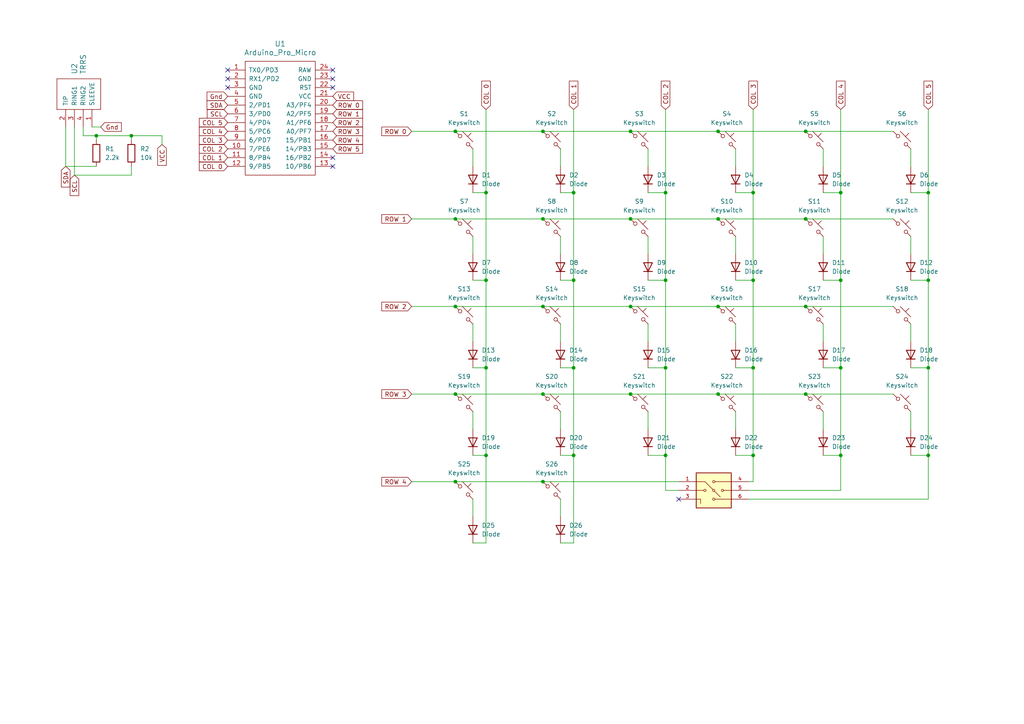
<source format=kicad_sch>
(kicad_sch (version 20230121) (generator eeschema)
  (paper "A4")
  (title_block (title "Final Release Schematic") (date "2023-12-14") (company "nixolotl"))
  (lib_symbols
    (symbol "JS5208:JS5208" (pin_names (offset 1.016))
      (property "Reference" "S" (at -5.08 6.35 0))
      (property "Value" "JS5208" (at -5.08 -7.62 0))
      (symbol "JS5208_0_0"
        (rectangle (start -5.08 -5.08) (end 5.08 5.08) (stroke (width 0.254)) (fill (type background)))
        (circle (center -2.54 0) (radius 0.3302) (stroke (width 0.1524)))
        (circle (center 0 -2.54) (radius 0.3302) (stroke (width 0.1524)))
        (polyline (pts (xy -5.08 -2.54) (xy -3.81 -2.54)) (stroke (width 0.1524)))
        (polyline (pts (xy -5.08 0) (xy -2.921 0)) (stroke (width 0.1524)))
        (polyline (pts (xy -5.08 2.54) (xy -2.54 2.54)) (stroke (width 0.1524)))
        (polyline (pts (xy -3.81 -2.54) (xy -3.81 -3.81)) (stroke (width 0.1524)))
        (polyline (pts (xy -2.54 2.54) (xy -0.254 0.254)) (stroke (width 0.1524)))
        (polyline (pts (xy 0.254 -0.254) (xy 1.905 -1.905)) (stroke (width 0.1524)))
        (polyline (pts (xy 0.381 -2.54) (xy 5.08 -2.54)) (stroke (width 0.1524)))
        (polyline (pts (xy 0.381 2.54) (xy 5.08 2.54)) (stroke (width 0.1524)))
        (polyline (pts (xy 2.921 0) (xy 5.08 0)) (stroke (width 0.1524)))
        (circle (center 0 0) (radius 0.3302) (stroke (width 0.1524)))
        (circle (center 0 2.54) (radius 0.3302) (stroke (width 0.1524)))
        (circle (center 2.54 0) (radius 0.3302) (stroke (width 0.1524)))
        (pin passive line (at -10.16 2.54 0) (length 5.08) (name "~") (number "1"))
        (pin passive line (at -10.16 0 0) (length 5.08) (name "~") (number "2"))
        (pin passive line (at -10.16 -2.54 0) (length 5.08) (name "~") (number "3"))
        (pin passive line (at 10.16 2.54 180) (length 5.08) (name "~") (number "4"))
        (pin passive line (at 10.16 0 180) (length 5.08) (name "~") (number "5"))
        (pin passive line (at 10.16 -2.54 180) (length 5.08) (name "~") (number "6"))
      )
    )
    (symbol "ScottoKeebs:MCU_Arduino_Pro_Micro" (pin_names (offset 1.016))
      (property "Reference" "U" (at 0 0 0))
      (property "Value" "Arduino_Pro_Micro" (at 0 -19.05 0))
      (symbol "MCU_Arduino_Pro_Micro_0_1"
        (rectangle (start -10.16 16.51) (end 10.16 -16.51))
      )
      (symbol "MCU_Arduino_Pro_Micro_1_1"
        (pin input line (at -15.24 13.97 0) (length 5.08) (name "TX0/PD3") (number "1"))
        (pin input line (at -15.24 -8.89 0) (length 5.08) (name "7/PE6") (number "10"))
        (pin input line (at -15.24 -11.43 0) (length 5.08) (name "8/PB4") (number "11"))
        (pin input line (at -15.24 -13.97 0) (length 5.08) (name "9/PB5") (number "12"))
        (pin input line (at 15.24 -13.97 180) (length 5.08) (name "10/PB6") (number "13"))
        (pin input line (at 15.24 -11.43 180) (length 5.08) (name "16/PB2") (number "14"))
        (pin input line (at 15.24 -8.89 180) (length 5.08) (name "14/PB3") (number "15"))
        (pin input line (at 15.24 -6.35 180) (length 5.08) (name "15/PB1") (number "16"))
        (pin input line (at 15.24 -3.81 180) (length 5.08) (name "A0/PF7") (number "17"))
        (pin input line (at 15.24 -1.27 180) (length 5.08) (name "A1/PF6") (number "18"))
        (pin input line (at 15.24 1.27 180) (length 5.08) (name "A2/PF5") (number "19"))
        (pin input line (at -15.24 11.43 0) (length 5.08) (name "RX1/PD2") (number "2"))
        (pin input line (at 15.24 3.81 180) (length 5.08) (name "A3/PF4") (number "20"))
        (pin input line (at 15.24 6.35 180) (length 5.08) (name "VCC") (number "21"))
        (pin input line (at 15.24 8.89 180) (length 5.08) (name "RST") (number "22"))
        (pin input line (at 15.24 11.43 180) (length 5.08) (name "GND") (number "23"))
        (pin input line (at 15.24 13.97 180) (length 5.08) (name "RAW") (number "24"))
        (pin input line (at -15.24 8.89 0) (length 5.08) (name "GND") (number "3"))
        (pin input line (at -15.24 6.35 0) (length 5.08) (name "GND") (number "4"))
        (pin input line (at -15.24 3.81 0) (length 5.08) (name "2/PD1") (number "5"))
        (pin input line (at -15.24 1.27 0) (length 5.08) (name "3/PD0") (number "6"))
        (pin input line (at -15.24 -1.27 0) (length 5.08) (name "4/PD4") (number "7"))
        (pin input line (at -15.24 -3.81 0) (length 5.08) (name "5/PC6") (number "8"))
        (pin input line (at -15.24 -6.35 0) (length 5.08) (name "6/PD7") (number "9"))
      )
    )
    (symbol "ScottoKeebs:Placeholder_Diode" (pin_numbers hide) (pin_names hide)
      (property "Reference" "D" (at 0 2.54 0))
      (property "Value" "Diode" (at 0 -2.54 0))
      (symbol "Placeholder_Diode_0_1"
        (polyline (pts (xy -1.27 1.27) (xy -1.27 -1.27)) (stroke (width 0.254)))
        (polyline (pts (xy 1.27 0) (xy -1.27 0)))
        (polyline (pts (xy 1.27 1.27) (xy 1.27 -1.27) (xy -1.27 0) (xy 1.27 1.27)) (stroke (width 0.254)))
      )
      (symbol "Placeholder_Diode_1_1"
        (pin passive line (at -3.81 0 0) (length 2.54) (name "K") (number "1"))
        (pin passive line (at 3.81 0 180) (length 2.54) (name "A") (number "2"))
      )
    )
    (symbol "ScottoKeebs:Placeholder_Keyswitch" (pin_numbers hide) (pin_names (offset 1.016) hide)
      (property "Reference" "S" (at 3.048 1.016 0))
      (property "Value" "Keyswitch" (at 0 -3.81 0))
      (symbol "Placeholder_Keyswitch_0_1"
        (circle (center -1.1684 1.1684) (radius 0.508))
        (polyline (pts (xy -0.508 2.54) (xy 2.54 -0.508)))
        (polyline (pts (xy 1.016 1.016) (xy 2.032 2.032)))
        (polyline (pts (xy -2.54 2.54) (xy -1.524 1.524) (xy -1.524 1.524)))
        (polyline (pts (xy 1.524 -1.524) (xy 2.54 -2.54) (xy 2.54 -2.54) (xy 2.54 -2.54)))
        (circle (center 1.143 -1.1938) (radius 0.508))
        (pin passive line (at -2.54 2.54 0) (length 0) (name "1") (number "1"))
        (pin passive line (at 2.54 -2.54 180) (length 0) (name "2") (number "2"))
      )
    )
    (symbol "ScottoKeebs:Placeholder_Resistor" (pin_numbers hide) (pin_names (offset 0))
      (property "Reference" "R" (at 0 2.032 0))
      (property "Value" "Resistor" (at 0 -2.54 0))
      (symbol "Placeholder_Resistor_0_1"
        (rectangle (start 2.54 -1.016) (end -2.54 1.016) (stroke (width 0.254)))
      )
      (symbol "Placeholder_Resistor_1_1"
        (pin passive line (at -3.81 0 0) (length 1.27) (name "~") (number "1"))
        (pin passive line (at 3.81 0 180) (length 1.27) (name "~") (number "2"))
      )
    )
    (symbol "ScottoKeebs:Placeholder_TRRS" (pin_names (offset 1.016))
      (property "Reference" "U" (at 0 15.24 0))
      (property "Value" "TRRS" (at 0 -2.54 0))
      (symbol "Placeholder_TRRS_0_1"
        (rectangle (start -3.81 0) (end -3.81 12.7))
        (rectangle (start -3.81 0) (end 5.08 0))
        (rectangle (start -3.81 12.7) (end 5.08 12.7))
        (rectangle (start 5.08 12.7) (end 5.08 0))
      )
      (symbol "Placeholder_TRRS_1_1"
        (pin input line (at -8.89 2.54 0) (length 5.08) (name "SLEEVE") (number "1"))
        (pin input line (at -8.89 10.16 0) (length 5.08) (name "TIP") (number "2"))
        (pin input line (at -8.89 7.62 0) (length 5.08) (name "RING1") (number "3"))
        (pin input line (at -8.89 5.08 0) (length 5.08) (name "RING2") (number "4"))
      )
    )
  )
  (junction (at 218.44 106.68))
  (junction (at 193.04 81.28))
  (junction (at 140.97 81.28))
  (junction (at 269.24 132.08))
  (junction (at 243.84 81.28))
  (junction (at 132.08 139.7))
  (junction (at 182.88 38.1))
  (junction (at 182.88 63.5))
  (junction (at 157.48 114.3))
  (junction (at 132.08 38.1))
  (junction (at 132.08 114.3))
  (junction (at 157.48 139.7))
  (junction (at 233.68 63.5))
  (junction (at 243.84 106.68))
  (junction (at 208.28 88.9))
  (junction (at 157.48 88.9))
  (junction (at 140.97 106.68))
  (junction (at 269.24 81.28))
  (junction (at 218.44 132.08))
  (junction (at 243.84 55.88))
  (junction (at 233.68 114.3))
  (junction (at 208.28 114.3))
  (junction (at 166.37 55.88))
  (junction (at 269.24 106.68))
  (junction (at 233.68 88.9))
  (junction (at 140.97 132.08))
  (junction (at 193.04 132.08))
  (junction (at 166.37 132.08))
  (junction (at 208.28 38.1))
  (junction (at 38.1 39.37))
  (junction (at 233.68 38.1))
  (junction (at 269.24 55.88))
  (junction (at 27.94 39.37))
  (junction (at 193.04 106.68))
  (junction (at 132.08 88.9))
  (junction (at 182.88 88.9))
  (junction (at 193.04 55.88))
  (junction (at 166.37 106.68))
  (junction (at 208.28 63.5))
  (junction (at 157.48 63.5))
  (junction (at 140.97 55.88))
  (junction (at 182.88 114.3))
  (junction (at 166.37 81.28))
  (junction (at 218.44 55.88))
  (junction (at 218.44 81.28))
  (junction (at 132.08 63.5))
  (junction (at 157.48 38.1))
  (junction (at 243.84 132.08))
  (no_connect (at 66.04 20.32))
  (no_connect (at 96.52 45.72))
  (no_connect (at 66.04 25.4))
  (no_connect (at 66.04 22.86))
  (no_connect (at 96.52 22.86))
  (no_connect (at 96.52 20.32))
  (no_connect (at 96.52 48.26))
  (no_connect (at 196.85 144.78))
  (no_connect (at 96.52 25.4))
  (wire (pts (xy 208.28 63.5) (xy 233.68 63.5)))
  (wire (pts (xy 213.36 93.98) (xy 213.36 99.06)))
  (wire (pts (xy 264.16 43.18) (xy 264.16 48.26)))
  (wire (pts (xy 137.16 132.08) (xy 140.97 132.08)))
  (wire (pts (xy 137.16 81.28) (xy 140.97 81.28)))
  (wire (pts (xy 140.97 132.08) (xy 140.97 157.48)))
  (wire (pts (xy 27.94 39.37) (xy 27.94 40.64)))
  (wire (pts (xy 193.04 81.28) (xy 187.96 81.28)))
  (wire (pts (xy 193.04 31.75) (xy 193.04 55.88)))
  (wire (pts (xy 193.04 142.24) (xy 193.04 132.08)))
  (wire (pts (xy 46.99 39.37) (xy 46.99 41.91)))
  (wire (pts (xy 166.37 132.08) (xy 166.37 157.48)))
  (wire (pts (xy 162.56 93.98) (xy 162.56 99.06)))
  (wire (pts (xy 243.84 55.88) (xy 243.84 81.28)))
  (wire (pts (xy 264.16 119.38) (xy 264.16 124.46)))
  (wire (pts (xy 218.44 106.68) (xy 218.44 132.08)))
  (wire (pts (xy 238.76 68.58) (xy 238.76 73.66)))
  (wire (pts (xy 157.48 139.7) (xy 196.85 139.7)))
  (wire (pts (xy 166.37 81.28) (xy 162.56 81.28)))
  (wire (pts (xy 187.96 132.08) (xy 193.04 132.08)))
  (wire (pts (xy 193.04 55.88) (xy 193.04 81.28)))
  (wire (pts (xy 24.13 36.83) (xy 24.13 39.37)))
  (wire (pts (xy 217.17 142.24) (xy 243.84 142.24)))
  (wire (pts (xy 162.56 43.18) (xy 162.56 48.26)))
  (wire (pts (xy 182.88 63.5) (xy 208.28 63.5)))
  (wire (pts (xy 208.28 114.3) (xy 233.68 114.3)))
  (wire (pts (xy 166.37 132.08) (xy 162.56 132.08)))
  (wire (pts (xy 137.16 157.48) (xy 140.97 157.48)))
  (wire (pts (xy 38.1 50.8) (xy 38.1 48.26)))
  (wire (pts (xy 218.44 139.7) (xy 217.17 139.7)))
  (wire (pts (xy 166.37 31.75) (xy 166.37 55.88)))
  (wire (pts (xy 243.84 132.08) (xy 238.76 132.08)))
  (wire (pts (xy 233.68 63.5) (xy 259.08 63.5)))
  (wire (pts (xy 137.16 68.58) (xy 137.16 73.66)))
  (wire (pts (xy 269.24 55.88) (xy 269.24 81.28)))
  (wire (pts (xy 132.08 38.1) (xy 157.48 38.1)))
  (wire (pts (xy 182.88 38.1) (xy 208.28 38.1)))
  (wire (pts (xy 132.08 139.7) (xy 157.48 139.7)))
  (wire (pts (xy 19.05 36.83) (xy 19.05 48.26)))
  (wire (pts (xy 166.37 55.88) (xy 166.37 81.28)))
  (wire (pts (xy 132.08 114.3) (xy 157.48 114.3)))
  (wire (pts (xy 157.48 114.3) (xy 182.88 114.3)))
  (wire (pts (xy 162.56 144.78) (xy 162.56 149.86)))
  (wire (pts (xy 243.84 106.68) (xy 243.84 132.08)))
  (wire (pts (xy 21.59 36.83) (xy 21.59 50.8)))
  (wire (pts (xy 182.88 114.3) (xy 208.28 114.3)))
  (wire (pts (xy 119.38 63.5) (xy 132.08 63.5)))
  (wire (pts (xy 208.28 88.9) (xy 233.68 88.9)))
  (wire (pts (xy 218.44 31.75) (xy 218.44 55.88)))
  (wire (pts (xy 238.76 43.18) (xy 238.76 48.26)))
  (wire (pts (xy 187.96 93.98) (xy 187.96 99.06)))
  (wire (pts (xy 27.94 39.37) (xy 38.1 39.37)))
  (wire (pts (xy 269.24 81.28) (xy 269.24 106.68)))
  (wire (pts (xy 243.84 81.28) (xy 238.76 81.28)))
  (wire (pts (xy 233.68 114.3) (xy 259.08 114.3)))
  (wire (pts (xy 119.38 88.9) (xy 132.08 88.9)))
  (wire (pts (xy 19.05 48.26) (xy 27.94 48.26)))
  (wire (pts (xy 162.56 119.38) (xy 162.56 124.46)))
  (wire (pts (xy 264.16 68.58) (xy 264.16 73.66)))
  (wire (pts (xy 243.84 31.75) (xy 243.84 55.88)))
  (wire (pts (xy 157.48 63.5) (xy 182.88 63.5)))
  (wire (pts (xy 182.88 88.9) (xy 208.28 88.9)))
  (wire (pts (xy 26.67 36.83) (xy 29.21 36.83)))
  (wire (pts (xy 137.16 93.98) (xy 137.16 99.06)))
  (wire (pts (xy 140.97 106.68) (xy 140.97 132.08)))
  (wire (pts (xy 243.84 142.24) (xy 243.84 132.08)))
  (wire (pts (xy 119.38 139.7) (xy 132.08 139.7)))
  (wire (pts (xy 137.16 144.78) (xy 137.16 149.86)))
  (wire (pts (xy 218.44 81.28) (xy 213.36 81.28)))
  (wire (pts (xy 218.44 132.08) (xy 213.36 132.08)))
  (wire (pts (xy 187.96 55.88) (xy 193.04 55.88)))
  (wire (pts (xy 157.48 38.1) (xy 182.88 38.1)))
  (wire (pts (xy 21.59 50.8) (xy 38.1 50.8)))
  (wire (pts (xy 269.24 132.08) (xy 264.16 132.08)))
  (wire (pts (xy 218.44 132.08) (xy 218.44 139.7)))
  (wire (pts (xy 264.16 55.88) (xy 269.24 55.88)))
  (wire (pts (xy 213.36 43.18) (xy 213.36 48.26)))
  (wire (pts (xy 24.13 39.37) (xy 27.94 39.37)))
  (wire (pts (xy 269.24 144.78) (xy 269.24 132.08)))
  (wire (pts (xy 213.36 55.88) (xy 218.44 55.88)))
  (wire (pts (xy 166.37 106.68) (xy 162.56 106.68)))
  (wire (pts (xy 269.24 31.75) (xy 269.24 55.88)))
  (wire (pts (xy 193.04 106.68) (xy 193.04 132.08)))
  (wire (pts (xy 213.36 68.58) (xy 213.36 73.66)))
  (wire (pts (xy 217.17 144.78) (xy 269.24 144.78)))
  (wire (pts (xy 238.76 55.88) (xy 243.84 55.88)))
  (wire (pts (xy 238.76 93.98) (xy 238.76 99.06)))
  (wire (pts (xy 166.37 81.28) (xy 166.37 106.68)))
  (wire (pts (xy 187.96 68.58) (xy 187.96 73.66)))
  (wire (pts (xy 218.44 81.28) (xy 218.44 106.68)))
  (wire (pts (xy 162.56 55.88) (xy 166.37 55.88)))
  (wire (pts (xy 238.76 119.38) (xy 238.76 124.46)))
  (wire (pts (xy 140.97 81.28) (xy 140.97 55.88)))
  (wire (pts (xy 137.16 106.68) (xy 140.97 106.68)))
  (wire (pts (xy 119.38 114.3) (xy 132.08 114.3)))
  (wire (pts (xy 137.16 43.18) (xy 137.16 48.26)))
  (wire (pts (xy 166.37 106.68) (xy 166.37 132.08)))
  (wire (pts (xy 243.84 81.28) (xy 243.84 106.68)))
  (wire (pts (xy 269.24 106.68) (xy 269.24 132.08)))
  (wire (pts (xy 233.68 38.1) (xy 259.08 38.1)))
  (wire (pts (xy 187.96 43.18) (xy 187.96 48.26)))
  (wire (pts (xy 193.04 106.68) (xy 187.96 106.68)))
  (wire (pts (xy 264.16 93.98) (xy 264.16 99.06)))
  (wire (pts (xy 243.84 106.68) (xy 238.76 106.68)))
  (wire (pts (xy 140.97 106.68) (xy 140.97 81.28)))
  (wire (pts (xy 208.28 38.1) (xy 233.68 38.1)))
  (wire (pts (xy 140.97 31.75) (xy 140.97 55.88)))
  (wire (pts (xy 162.56 68.58) (xy 162.56 73.66)))
  (wire (pts (xy 137.16 119.38) (xy 137.16 124.46)))
  (wire (pts (xy 166.37 157.48) (xy 162.56 157.48)))
  (wire (pts (xy 269.24 106.68) (xy 264.16 106.68)))
  (wire (pts (xy 140.97 55.88) (xy 137.16 55.88)))
  (wire (pts (xy 196.85 142.24) (xy 193.04 142.24)))
  (wire (pts (xy 132.08 63.5) (xy 157.48 63.5)))
  (wire (pts (xy 38.1 39.37) (xy 46.99 39.37)))
  (wire (pts (xy 132.08 88.9) (xy 157.48 88.9)))
  (wire (pts (xy 157.48 88.9) (xy 182.88 88.9)))
  (wire (pts (xy 187.96 119.38) (xy 187.96 124.46)))
  (wire (pts (xy 233.68 88.9) (xy 259.08 88.9)))
  (wire (pts (xy 119.38 38.1) (xy 132.08 38.1)))
  (wire (pts (xy 218.44 55.88) (xy 218.44 81.28)))
  (wire (pts (xy 193.04 81.28) (xy 193.04 106.68)))
  (wire (pts (xy 269.24 81.28) (xy 264.16 81.28)))
  (wire (pts (xy 38.1 39.37) (xy 38.1 40.64)))
  (wire (pts (xy 218.44 106.68) (xy 213.36 106.68)))
  (wire (pts (xy 213.36 119.38) (xy 213.36 124.46)))
  (global_label "ROW 1" (shape input) (at 96.52 33.02 0) (property "Intersheetrefs" "${INTERSHEET_REFS}" (effects hide)))
  (global_label "ROW 5" (shape input) (at 96.52 43.18 0) (property "Intersheetrefs" "${INTERSHEET_REFS}" (effects hide)))
  (global_label "SDA" (shape input) (at 66.04 30.48 180) (property "Intersheetrefs" "${INTERSHEET_REFS}" (effects hide)))
  (global_label "ROW 0" (shape input) (at 96.52 30.48 0) (property "Intersheetrefs" "${INTERSHEET_REFS}" (effects hide)))
  (global_label "COL 3" (shape input) (at 218.44 31.75 90) (property "Intersheetrefs" "${INTERSHEET_REFS}" (effects hide)))
  (global_label "COL 5" (shape input) (at 66.04 35.56 180) (property "Intersheetrefs" "${INTERSHEET_REFS}" (effects hide)))
  (global_label "COL 1" (shape input) (at 166.37 31.75 90) (property "Intersheetrefs" "${INTERSHEET_REFS}" (effects hide)))
  (global_label "COL 2" (shape input) (at 193.04 31.75 90) (property "Intersheetrefs" "${INTERSHEET_REFS}" (effects hide)))
  (global_label "ROW 3" (shape input) (at 96.52 38.1 0) (property "Intersheetrefs" "${INTERSHEET_REFS}" (effects hide)))
  (global_label "VCC" (shape input) (at 46.99 41.91 270) (property "Intersheetrefs" "${INTERSHEET_REFS}" (effects hide)))
  (global_label "SDA" (shape input) (at 19.05 48.26 270) (property "Intersheetrefs" "${INTERSHEET_REFS}" (effects hide)))
  (global_label "ROW 4" (shape input) (at 119.38 139.7 180) (property "Intersheetrefs" "${INTERSHEET_REFS}" (effects hide)))
  (global_label "COL 0" (shape input) (at 66.04 48.26 180) (property "Intersheetrefs" "${INTERSHEET_REFS}" (effects hide)))
  (global_label "COL 2" (shape input) (at 66.04 43.18 180) (property "Intersheetrefs" "${INTERSHEET_REFS}" (effects hide)))
  (global_label "ROW 2" (shape input) (at 119.38 88.9 180) (property "Intersheetrefs" "${INTERSHEET_REFS}" (effects hide)))
  (global_label "ROW 1" (shape input) (at 119.38 63.5 180) (property "Intersheetrefs" "${INTERSHEET_REFS}" (effects hide)))
  (global_label "COL 4" (shape input) (at 243.84 31.75 90) (property "Intersheetrefs" "${INTERSHEET_REFS}" (effects hide)))
  (global_label "ROW 0" (shape input) (at 119.38 38.1 180) (property "Intersheetrefs" "${INTERSHEET_REFS}" (effects hide)))
  (global_label "VCC" (shape input) (at 96.52 27.94 0) (property "Intersheetrefs" "${INTERSHEET_REFS}" (effects hide)))
  (global_label "SCL" (shape input) (at 21.59 50.8 270) (property "Intersheetrefs" "${INTERSHEET_REFS}" (effects hide)))
  (global_label "COL 1" (shape input) (at 66.04 45.72 180) (property "Intersheetrefs" "${INTERSHEET_REFS}" (effects hide)))
  (global_label "Gnd" (shape input) (at 29.21 36.83 0) (property "Intersheetrefs" "${INTERSHEET_REFS}" (effects hide)))
  (global_label "Gnd" (shape input) (at 66.04 27.94 180) (property "Intersheetrefs" "${INTERSHEET_REFS}" (effects hide)))
  (global_label "COL 0" (shape input) (at 140.97 31.75 90) (property "Intersheetrefs" "${INTERSHEET_REFS}" (effects hide)))
  (global_label "ROW 2" (shape input) (at 96.52 35.56 0) (property "Intersheetrefs" "${INTERSHEET_REFS}" (effects hide)))
  (global_label "COL 5" (shape input) (at 269.24 31.75 90) (property "Intersheetrefs" "${INTERSHEET_REFS}" (effects hide)))
  (global_label "SCL" (shape input) (at 66.04 33.02 180) (property "Intersheetrefs" "${INTERSHEET_REFS}" (effects hide)))
  (global_label "ROW 3" (shape input) (at 119.38 114.3 180) (property "Intersheetrefs" "${INTERSHEET_REFS}" (effects hide)))
  (global_label "ROW 4" (shape input) (at 96.52 40.64 0) (property "Intersheetrefs" "${INTERSHEET_REFS}" (effects hide)))
  (global_label "COL 3" (shape input) (at 66.04 40.64 180) (property "Intersheetrefs" "${INTERSHEET_REFS}" (effects hide)))
  (global_label "COL 4" (shape input) (at 66.04 38.1 180) (property "Intersheetrefs" "${INTERSHEET_REFS}" (effects hide)))
  (symbol (lib_id "ScottoKeebs:Placeholder_Keyswitch") (at 236.22 91.44 0) (unit 1)
    (property "Reference" "S17" (at 236.22 83.82 0))
    (property "Value" "Keyswitch" (at 236.22 86.36 0))
    (property "Footprint" "ScottoKeebs_Hotswap:Hotswap_MX_1.00u" (effects hide))
  )
  (symbol (lib_id "ScottoKeebs:Placeholder_Keyswitch") (at 160.02 142.24 0) (unit 1)
    (property "Reference" "S26" (at 160.02 134.62 0))
    (property "Value" "Keyswitch" (at 160.02 137.16 0))
    (property "Footprint" "ScottoKeebs_Hotswap:Hotswap_Choc_V2_1.00u" (effects hide))
  )
  (symbol (lib_id "ScottoKeebs:Placeholder_Resistor") (at 38.1 44.45 90) (unit 1)
    (property "Reference" "R2" (at 40.64 43.18 90) (effects (justify right)))
    (property "Value" "10k" (at 40.64 45.72 90) (effects (justify right)))
    (property "Footprint" "Resistor_SMD:R_0201_0603Metric" (effects hide))
  )
  (symbol (lib_id "ScottoKeebs:Placeholder_Diode") (at 137.16 102.87 90) (unit 1)
    (property "Reference" "D13" (at 139.7 101.6 90) (effects (justify right)))
    (property "Value" "Diode" (at 139.7 104.14 90) (effects (justify right)))
    (property "Footprint" "ScottoKeebs_Components:Diode_SOD-123" (effects hide))
    (property "Sim.Device" "D" (effects hide))
    (property "Sim.Pins" "1=K 2=A" (effects hide))
  )
  (symbol (lib_id "ScottoKeebs:Placeholder_Keyswitch") (at 134.62 116.84 0) (unit 1)
    (property "Reference" "S19" (at 134.62 109.22 0))
    (property "Value" "Keyswitch" (at 134.62 111.76 0))
    (property "Footprint" "ScottoKeebs_Hotswap:Hotswap_MX_1.00u" (effects hide))
  )
  (symbol (lib_id "ScottoKeebs:Placeholder_Diode") (at 213.36 52.07 90) (unit 1)
    (property "Reference" "D4" (at 215.9 50.8 90) (effects (justify right)))
    (property "Value" "Diode" (at 215.9 53.34 90) (effects (justify right)))
    (property "Footprint" "ScottoKeebs_Components:Diode_SOD-123" (effects hide))
    (property "Sim.Device" "D" (effects hide))
    (property "Sim.Pins" "1=K 2=A" (effects hide))
  )
  (symbol (lib_id "JS5208:JS5208") (at 207.01 142.24 0) (unit 1)
    (property "Reference" "S27" (effects hide))
    (property "Value" "JS5208" (effects hide))
    (property "Footprint" "JS5208:SW_JS5208" (effects hide))
    (property "DigiKey_Part_Number" "EG4561-ND" (effects hide))
    (property "MF" "E-Switch" (effects hide))
    (property "MAXIMUM_PACKAGE_HEIGHT" "12.6 mm" (effects hide))
    (property "Package" "None" (effects hide))
    (property "Check_prices" "https://www.snapeda.com/parts/JS5208/E-Switch/view-part/?ref=eda" (effects hide))
    (property "STANDARD" "Manufacturer Recommendations" (effects hide))
    (property "PARTREV" "D" (effects hide))
    (property "SnapEDA_Link" "https://www.snapeda.com/parts/JS5208/E-Switch/view-part/?ref=snap" (effects hide))
    (property "MP" "JS5208" (effects hide))
    (property "Purchase-URL" "https://www.snapeda.com/api/url_track_click_mouser/?unipart_id=573038&manufacturer=E-Switch&part_name=JS5208&search_term=None" (effects hide))
    (property "Description" "\nNavigation Switch, JS1400 Series, 4-Way Directional, Plunger, 20mA DC, 12VDC | E-Switch JS5208\n" (effects hide))
    (property "MANUFACTURER" "E-Switch" (effects hide))
  )
  (symbol (lib_id "ScottoKeebs:Placeholder_Diode") (at 238.76 102.87 90) (unit 1)
    (property "Reference" "D17" (at 241.3 101.6 90) (effects (justify right)))
    (property "Value" "Diode" (at 241.3 104.14 90) (effects (justify right)))
    (property "Footprint" "ScottoKeebs_Components:Diode_SOD-123" (effects hide))
    (property "Sim.Device" "D" (effects hide))
    (property "Sim.Pins" "1=K 2=A" (effects hide))
  )
  (symbol (lib_id "ScottoKeebs:Placeholder_Keyswitch") (at 236.22 40.64 0) (unit 1)
    (property "Reference" "S5" (at 236.22 33.02 0))
    (property "Value" "Keyswitch" (at 236.22 35.56 0))
    (property "Footprint" "ScottoKeebs_Hotswap:Hotswap_MX_1.00u" (effects hide))
  )
  (symbol (lib_id "ScottoKeebs:Placeholder_Diode") (at 213.36 128.27 90) (unit 1)
    (property "Reference" "D22" (at 215.9 127 90) (effects (justify right)))
    (property "Value" "Diode" (at 215.9 129.54 90) (effects (justify right)))
    (property "Footprint" "ScottoKeebs_Components:Diode_SOD-123" (effects hide))
    (property "Sim.Device" "D" (effects hide))
    (property "Sim.Pins" "1=K 2=A" (effects hide))
  )
  (symbol (lib_id "ScottoKeebs:Placeholder_Keyswitch") (at 160.02 116.84 0) (unit 1)
    (property "Reference" "S20" (at 160.02 109.22 0))
    (property "Value" "Keyswitch" (at 160.02 111.76 0))
    (property "Footprint" "ScottoKeebs_Hotswap:Hotswap_MX_1.00u" (effects hide))
  )
  (symbol (lib_id "ScottoKeebs:Placeholder_Diode") (at 162.56 128.27 90) (unit 1)
    (property "Reference" "D20" (at 165.1 127 90) (effects (justify right)))
    (property "Value" "Diode" (at 165.1 129.54 90) (effects (justify right)))
    (property "Footprint" "ScottoKeebs_Components:Diode_SOD-123" (effects hide))
    (property "Sim.Device" "D" (effects hide))
    (property "Sim.Pins" "1=K 2=A" (effects hide))
  )
  (symbol (lib_id "ScottoKeebs:Placeholder_Keyswitch") (at 236.22 66.04 0) (unit 1)
    (property "Reference" "S11" (at 236.22 58.42 0))
    (property "Value" "Keyswitch" (at 236.22 60.96 0))
    (property "Footprint" "ScottoKeebs_Hotswap:Hotswap_MX_1.00u" (effects hide))
  )
  (symbol (lib_id "ScottoKeebs:Placeholder_Keyswitch") (at 261.62 40.64 0) (unit 1)
    (property "Reference" "S6" (at 261.62 33.02 0))
    (property "Value" "Keyswitch" (at 261.62 35.56 0))
    (property "Footprint" "ScottoKeebs_Hotswap:Hotswap_MX_1.00u" (effects hide))
  )
  (symbol (lib_id "ScottoKeebs:Placeholder_Diode") (at 264.16 52.07 90) (unit 1)
    (property "Reference" "D6" (at 266.7 50.8 90) (effects (justify right)))
    (property "Value" "Diode" (at 266.7 53.34 90) (effects (justify right)))
    (property "Footprint" "ScottoKeebs_Components:Diode_SOD-123" (effects hide))
    (property "Sim.Device" "D" (effects hide))
    (property "Sim.Pins" "1=K 2=A" (effects hide))
  )
  (symbol (lib_id "ScottoKeebs:Placeholder_Diode") (at 162.56 102.87 90) (unit 1)
    (property "Reference" "D14" (at 165.1 101.6 90) (effects (justify right)))
    (property "Value" "Diode" (at 165.1 104.14 90) (effects (justify right)))
    (property "Footprint" "ScottoKeebs_Components:Diode_SOD-123" (effects hide))
    (property "Sim.Device" "D" (effects hide))
    (property "Sim.Pins" "1=K 2=A" (effects hide))
  )
  (symbol (lib_id "ScottoKeebs:Placeholder_Keyswitch") (at 210.82 91.44 0) (unit 1)
    (property "Reference" "S16" (at 210.82 83.82 0))
    (property "Value" "Keyswitch" (at 210.82 86.36 0))
    (property "Footprint" "ScottoKeebs_Hotswap:Hotswap_MX_1.00u" (effects hide))
  )
  (symbol (lib_id "ScottoKeebs:Placeholder_Diode") (at 213.36 102.87 90) (unit 1)
    (property "Reference" "D16" (at 215.9 101.6 90) (effects (justify right)))
    (property "Value" "Diode" (at 215.9 104.14 90) (effects (justify right)))
    (property "Footprint" "ScottoKeebs_Components:Diode_SOD-123" (effects hide))
    (property "Sim.Device" "D" (effects hide))
    (property "Sim.Pins" "1=K 2=A" (effects hide))
  )
  (symbol (lib_id "ScottoKeebs:Placeholder_Keyswitch") (at 236.22 116.84 0) (unit 1)
    (property "Reference" "S23" (at 236.22 109.22 0))
    (property "Value" "Keyswitch" (at 236.22 111.76 0))
    (property "Footprint" "ScottoKeebs_Hotswap:Hotswap_MX_1.00u" (effects hide))
  )
  (symbol (lib_id "ScottoKeebs:Placeholder_Keyswitch") (at 134.62 66.04 0) (unit 1)
    (property "Reference" "S7" (at 134.62 58.42 0))
    (property "Value" "Keyswitch" (at 134.62 60.96 0))
    (property "Footprint" "ScottoKeebs_Hotswap:Hotswap_MX_1.00u" (effects hide))
  )
  (symbol (lib_id "ScottoKeebs:Placeholder_Keyswitch") (at 134.62 40.64 0) (unit 1)
    (property "Reference" "S1" (at 134.62 33.02 0))
    (property "Value" "Keyswitch" (at 134.62 35.56 0))
    (property "Footprint" "ScottoKeebs_Hotswap:Hotswap_MX_1.00u" (effects hide))
  )
  (symbol (lib_id "ScottoKeebs:Placeholder_Diode") (at 162.56 77.47 90) (unit 1)
    (property "Reference" "D8" (at 165.1 76.2 90) (effects (justify right)))
    (property "Value" "Diode" (at 165.1 78.74 90) (effects (justify right)))
    (property "Footprint" "ScottoKeebs_Components:Diode_SOD-123" (effects hide))
    (property "Sim.Device" "D" (effects hide))
    (property "Sim.Pins" "1=K 2=A" (effects hide))
  )
  (symbol (lib_id "ScottoKeebs:Placeholder_Diode") (at 264.16 77.47 90) (unit 1)
    (property "Reference" "D12" (at 266.7 76.2 90) (effects (justify right)))
    (property "Value" "Diode" (at 266.7 78.74 90) (effects (justify right)))
    (property "Footprint" "ScottoKeebs_Components:Diode_SOD-123" (effects hide))
    (property "Sim.Device" "D" (effects hide))
    (property "Sim.Pins" "1=K 2=A" (effects hide))
  )
  (symbol (lib_id "ScottoKeebs:Placeholder_Keyswitch") (at 185.42 116.84 0) (unit 1)
    (property "Reference" "S21" (at 185.42 109.22 0))
    (property "Value" "Keyswitch" (at 185.42 111.76 0))
    (property "Footprint" "ScottoKeebs_Hotswap:Hotswap_MX_1.00u" (effects hide))
  )
  (symbol (lib_id "ScottoKeebs:Placeholder_Keyswitch") (at 210.82 40.64 0) (unit 1)
    (property "Reference" "S4" (at 210.82 33.02 0))
    (property "Value" "Keyswitch" (at 210.82 35.56 0))
    (property "Footprint" "ScottoKeebs_Hotswap:Hotswap_MX_1.00u" (effects hide))
  )
  (symbol (lib_id "ScottoKeebs:MCU_Arduino_Pro_Micro") (at 81.28 34.29 0) (unit 1)
    (property "Reference" "U1" (at 81.28 12.7 0) (effects (font (size 1.524 1.524))))
    (property "Value" "Arduino_Pro_Micro" (at 81.28 15.24 0) (effects (font (size 1.524 1.524))))
    (property "Footprint" "ScottoKeebs_MCU:Arduino_Pro_Micro" (effects hide))
  )
  (symbol (lib_id "ScottoKeebs:Placeholder_Diode") (at 264.16 102.87 90) (unit 1)
    (property "Reference" "D18" (at 266.7 101.6 90) (effects (justify right)))
    (property "Value" "Diode" (at 266.7 104.14 90) (effects (justify right)))
    (property "Footprint" "ScottoKeebs_Components:Diode_SOD-123" (effects hide))
    (property "Sim.Device" "D" (effects hide))
    (property "Sim.Pins" "1=K 2=A" (effects hide))
  )
  (symbol (lib_id "ScottoKeebs:Placeholder_Keyswitch") (at 185.42 66.04 0) (unit 1)
    (property "Reference" "S9" (at 185.42 58.42 0))
    (property "Value" "Keyswitch" (at 185.42 60.96 0))
    (property "Footprint" "ScottoKeebs_Hotswap:Hotswap_MX_1.00u" (effects hide))
  )
  (symbol (lib_id "ScottoKeebs:Placeholder_Keyswitch") (at 261.62 116.84 0) (unit 1)
    (property "Reference" "S24" (at 261.62 109.22 0))
    (property "Value" "Keyswitch" (at 261.62 111.76 0))
    (property "Footprint" "ScottoKeebs_Hotswap:Hotswap_MX_1.00u" (effects hide))
  )
  (symbol (lib_id "ScottoKeebs:Placeholder_Diode") (at 187.96 77.47 90) (unit 1)
    (property "Reference" "D9" (at 190.5 76.2 90) (effects (justify right)))
    (property "Value" "Diode" (at 190.5 78.74 90) (effects (justify right)))
    (property "Footprint" "ScottoKeebs_Components:Diode_SOD-123" (effects hide))
    (property "Sim.Device" "D" (effects hide))
    (property "Sim.Pins" "1=K 2=A" (effects hide))
  )
  (symbol (lib_id "ScottoKeebs:Placeholder_Diode") (at 238.76 128.27 90) (unit 1)
    (property "Reference" "D23" (at 241.3 127 90) (effects (justify right)))
    (property "Value" "Diode" (at 241.3 129.54 90) (effects (justify right)))
    (property "Footprint" "ScottoKeebs_Components:Diode_SOD-123" (effects hide))
    (property "Sim.Device" "D" (effects hide))
    (property "Sim.Pins" "1=K 2=A" (effects hide))
  )
  (symbol (lib_id "ScottoKeebs:Placeholder_Diode") (at 238.76 77.47 90) (unit 1)
    (property "Reference" "D11" (at 241.3 76.2 90) (effects (justify right)))
    (property "Value" "Diode" (at 241.3 78.74 90) (effects (justify right)))
    (property "Footprint" "ScottoKeebs_Components:Diode_SOD-123" (effects hide))
    (property "Sim.Device" "D" (effects hide))
    (property "Sim.Pins" "1=K 2=A" (effects hide))
  )
  (symbol (lib_id "ScottoKeebs:Placeholder_Diode") (at 137.16 77.47 90) (unit 1)
    (property "Reference" "D7" (at 139.7 76.2 90) (effects (justify right)))
    (property "Value" "Diode" (at 139.7 78.74 90) (effects (justify right)))
    (property "Footprint" "ScottoKeebs_Components:Diode_SOD-123" (effects hide))
    (property "Sim.Device" "D" (effects hide))
    (property "Sim.Pins" "1=K 2=A" (effects hide))
  )
  (symbol (lib_id "ScottoKeebs:Placeholder_Keyswitch") (at 160.02 40.64 0) (unit 1)
    (property "Reference" "S2" (at 160.02 33.02 0))
    (property "Value" "Keyswitch" (at 160.02 35.56 0))
    (property "Footprint" "ScottoKeebs_Hotswap:Hotswap_MX_1.00u" (effects hide))
  )
  (symbol (lib_id "ScottoKeebs:Placeholder_Diode") (at 238.76 52.07 90) (unit 1)
    (property "Reference" "D5" (at 241.3 50.8 90) (effects (justify right)))
    (property "Value" "Diode" (at 241.3 53.34 90) (effects (justify right)))
    (property "Footprint" "ScottoKeebs_Components:Diode_SOD-123" (effects hide))
    (property "Sim.Device" "D" (effects hide))
    (property "Sim.Pins" "1=K 2=A" (effects hide))
  )
  (symbol (lib_id "ScottoKeebs:Placeholder_Keyswitch") (at 210.82 66.04 0) (unit 1)
    (property "Reference" "S10" (at 210.82 58.42 0))
    (property "Value" "Keyswitch" (at 210.82 60.96 0))
    (property "Footprint" "ScottoKeebs_Hotswap:Hotswap_MX_1.00u" (effects hide))
  )
  (symbol (lib_id "ScottoKeebs:Placeholder_Diode") (at 137.16 128.27 90) (unit 1)
    (property "Reference" "D19" (at 139.7 127 90) (effects (justify right)))
    (property "Value" "Diode" (at 139.7 129.54 90) (effects (justify right)))
    (property "Footprint" "ScottoKeebs_Components:Diode_SOD-123" (effects hide))
    (property "Sim.Device" "D" (effects hide))
    (property "Sim.Pins" "1=K 2=A" (effects hide))
  )
  (symbol (lib_id "ScottoKeebs:Placeholder_Diode") (at 187.96 102.87 90) (unit 1)
    (property "Reference" "D15" (at 190.5 101.6 90) (effects (justify right)))
    (property "Value" "Diode" (at 190.5 104.14 90) (effects (justify right)))
    (property "Footprint" "ScottoKeebs_Components:Diode_SOD-123" (effects hide))
    (property "Sim.Device" "D" (effects hide))
    (property "Sim.Pins" "1=K 2=A" (effects hide))
  )
  (symbol (lib_id "ScottoKeebs:Placeholder_Keyswitch") (at 185.42 91.44 0) (unit 1)
    (property "Reference" "S15" (at 185.42 83.82 0))
    (property "Value" "Keyswitch" (at 185.42 86.36 0))
    (property "Footprint" "ScottoKeebs_Hotswap:Hotswap_MX_1.00u" (effects hide))
  )
  (symbol (lib_id "ScottoKeebs:Placeholder_Keyswitch") (at 134.62 142.24 0) (unit 1)
    (property "Reference" "S25" (at 134.62 134.62 0))
    (property "Value" "Keyswitch" (at 134.62 137.16 0))
    (property "Footprint" "ScottoKeebs_Hotswap:Hotswap_Choc_V2_1.00u" (effects hide))
  )
  (symbol (lib_id "ScottoKeebs:Placeholder_Diode") (at 137.16 52.07 90) (unit 1)
    (property "Reference" "D1" (at 139.7 50.8 90) (effects (justify right)))
    (property "Value" "Diode" (at 139.7 53.34 90) (effects (justify right)))
    (property "Footprint" "Resistor_SMD:R_0201_0603Metric" (effects hide))
    (property "Sim.Device" "D" (effects hide))
    (property "Sim.Pins" "1=K 2=A" (effects hide))
  )
  (symbol (lib_id "ScottoKeebs:Placeholder_Diode") (at 162.56 153.67 90) (unit 1)
    (property "Reference" "D26" (at 165.1 152.4 90) (effects (justify right)))
    (property "Value" "Diode" (at 165.1 154.94 90) (effects (justify right)))
    (property "Footprint" "ScottoKeebs_Components:Diode_SOD-123" (effects hide))
    (property "Sim.Device" "D" (effects hide))
    (property "Sim.Pins" "1=K 2=A" (effects hide))
  )
  (symbol (lib_id "ScottoKeebs:Placeholder_Keyswitch") (at 160.02 66.04 0) (unit 1)
    (property "Reference" "S8" (at 160.02 58.42 0))
    (property "Value" "Keyswitch" (at 160.02 60.96 0))
    (property "Footprint" "ScottoKeebs_Hotswap:Hotswap_MX_1.00u" (effects hide))
  )
  (symbol (lib_id "ScottoKeebs:Placeholder_Keyswitch") (at 261.62 91.44 0) (unit 1)
    (property "Reference" "S18" (at 261.62 83.82 0))
    (property "Value" "Keyswitch" (at 261.62 86.36 0))
    (property "Footprint" "ScottoKeebs_Hotswap:Hotswap_MX_1.00u" (effects hide))
  )
  (symbol (lib_id "ScottoKeebs:Placeholder_TRRS") (at 29.21 27.94 90) (unit 1)
    (property "Reference" "U2" (at 21.59 21.59 0) (effects (font (size 1.524 1.524)) (justify left)))
    (property "Value" "TRRS" (at 24.13 21.59 0) (effects (font (size 1.524 1.524)) (justify left)))
    (property "Footprint" "ScottoKeebs_Components:TRRS_PJ-320A" (effects hide))
  )
  (symbol (lib_id "ScottoKeebs:Placeholder_Diode") (at 162.56 52.07 90) (unit 1)
    (property "Reference" "D2" (at 165.1 50.8 90) (effects (justify right)))
    (property "Value" "Diode" (at 165.1 53.34 90) (effects (justify right)))
    (property "Footprint" "ScottoKeebs_Components:Diode_SOD-123" (effects hide))
    (property "Sim.Device" "D" (effects hide))
    (property "Sim.Pins" "1=K 2=A" (effects hide))
  )
  (symbol (lib_id "ScottoKeebs:Placeholder_Diode") (at 213.36 77.47 90) (unit 1)
    (property "Reference" "D10" (at 215.9 76.2 90) (effects (justify right)))
    (property "Value" "Diode" (at 215.9 78.74 90) (effects (justify right)))
    (property "Footprint" "ScottoKeebs_Components:Diode_SOD-123" (effects hide))
    (property "Sim.Device" "D" (effects hide))
    (property "Sim.Pins" "1=K 2=A" (effects hide))
  )
  (symbol (lib_id "ScottoKeebs:Placeholder_Keyswitch") (at 185.42 40.64 0) (unit 1)
    (property "Reference" "S3" (at 185.42 33.02 0))
    (property "Value" "Keyswitch" (at 185.42 35.56 0))
    (property "Footprint" "ScottoKeebs_Hotswap:Hotswap_MX_1.00u" (effects hide))
  )
  (symbol (lib_id "ScottoKeebs:Placeholder_Keyswitch") (at 160.02 91.44 0) (unit 1)
    (property "Reference" "S14" (at 160.02 83.82 0))
    (property "Value" "Keyswitch" (at 160.02 86.36 0))
    (property "Footprint" "ScottoKeebs_Hotswap:Hotswap_MX_1.00u" (effects hide))
  )
  (symbol (lib_id "ScottoKeebs:Placeholder_Resistor") (at 27.94 44.45 90) (unit 1)
    (property "Reference" "R1" (at 30.48 43.18 90) (effects (justify right)))
    (property "Value" "2.2k" (at 30.48 45.72 90) (effects (justify right)))
    (property "Footprint" "Resistor_SMD:R_0201_0603Metric" (effects hide))
  )
  (symbol (lib_id "ScottoKeebs:Placeholder_Keyswitch") (at 261.62 66.04 0) (unit 1)
    (property "Reference" "S12" (at 261.62 58.42 0))
    (property "Value" "Keyswitch" (at 261.62 60.96 0))
    (property "Footprint" "ScottoKeebs_Hotswap:Hotswap_MX_1.00u" (effects hide))
  )
  (symbol (lib_id "ScottoKeebs:Placeholder_Keyswitch") (at 134.62 91.44 0) (unit 1)
    (property "Reference" "S13" (at 134.62 83.82 0))
    (property "Value" "Keyswitch" (at 134.62 86.36 0))
    (property "Footprint" "ScottoKeebs_Hotswap:Hotswap_MX_1.00u" (effects hide))
  )
  (symbol (lib_id "ScottoKeebs:Placeholder_Diode") (at 137.16 153.67 90) (unit 1)
    (property "Reference" "D25" (at 139.7 152.4 90) (effects (justify right)))
    (property "Value" "Diode" (at 139.7 154.94 90) (effects (justify right)))
    (property "Footprint" "ScottoKeebs_Components:Diode_SOD-123" (effects hide))
    (property "Sim.Device" "D" (effects hide))
    (property "Sim.Pins" "1=K 2=A" (effects hide))
  )
  (symbol (lib_id "ScottoKeebs:Placeholder_Keyswitch") (at 210.82 116.84 0) (unit 1)
    (property "Reference" "S22" (at 210.82 109.22 0))
    (property "Value" "Keyswitch" (at 210.82 111.76 0))
    (property "Footprint" "ScottoKeebs_Hotswap:Hotswap_MX_1.00u" (effects hide))
  )
  (symbol (lib_id "ScottoKeebs:Placeholder_Diode") (at 264.16 128.27 90) (unit 1)
    (property "Reference" "D24" (at 266.7 127 90) (effects (justify right)))
    (property "Value" "Diode" (at 266.7 129.54 90) (effects (justify right)))
    (property "Footprint" "ScottoKeebs_Components:Diode_SOD-123" (effects hide))
    (property "Sim.Device" "D" (effects hide))
    (property "Sim.Pins" "1=K 2=A" (effects hide))
  )
  (symbol (lib_id "ScottoKeebs:Placeholder_Diode") (at 187.96 52.07 90) (unit 1)
    (property "Reference" "D3" (at 190.5 50.8 90) (effects (justify right)))
    (property "Value" "Diode" (at 190.5 53.34 90) (effects (justify right)))
    (property "Footprint" "ScottoKeebs_Components:Diode_SOD-123" (effects hide))
    (property "Sim.Device" "D" (effects hide))
    (property "Sim.Pins" "1=K 2=A" (effects hide))
  )
  (symbol (lib_id "ScottoKeebs:Placeholder_Diode") (at 187.96 128.27 90) (unit 1)
    (property "Reference" "D21" (at 190.5 127 90) (effects (justify right)))
    (property "Value" "Diode" (at 190.5 129.54 90) (effects (justify right)))
    (property "Footprint" "ScottoKeebs_Components:Diode_SOD-123" (effects hide))
    (property "Sim.Device" "D" (effects hide))
    (property "Sim.Pins" "1=K 2=A" (effects hide))
  )
)
</source>
